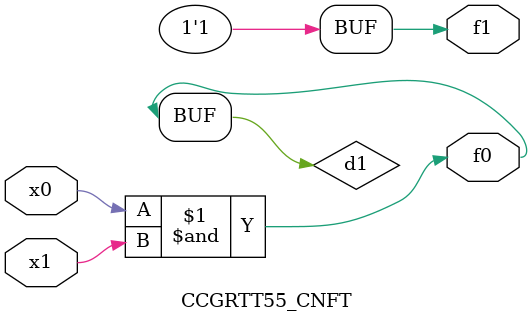
<source format=v>
module CCGRTT55_CNFT(
	input x0, x1,
	output f0, f1
);

	wire d1;

	assign f0 = d1;
	and (d1, x0, x1);
	assign f1 = 1'b1;
endmodule

</source>
